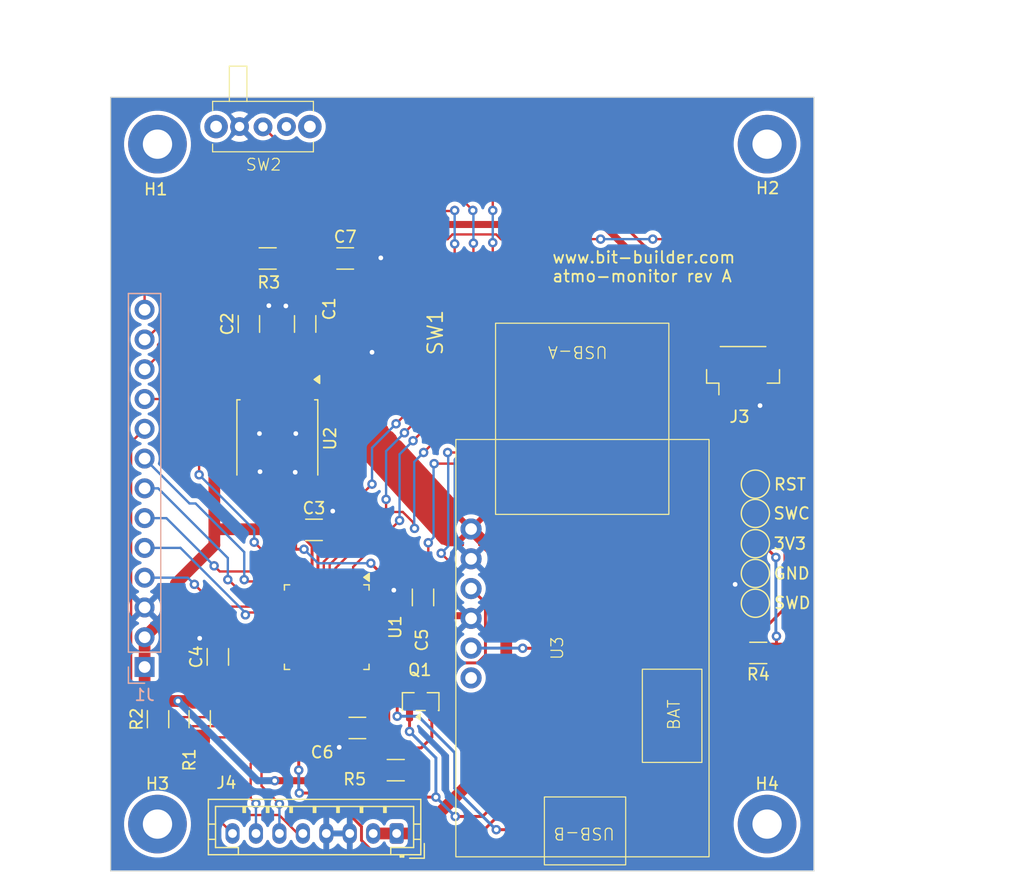
<source format=kicad_pcb>
(kicad_pcb (version 20241229) (generator "pcbnew") (generator_version "9.0")
  (title_block (title "py32_dev") (rev "B") (company "bit-builder.com"))
  (layers (0 "F.Cu" signal) (2 "B.Cu" signal) (13 "F.Paste" user) (15 "B.Paste" user) (5 "F.SilkS" user "F.Silkscreen") (7 "B.SilkS" user "B.Silkscreen") (1 "F.Mask" user) (3 "B.Mask" user) (25 "Edge.Cuts" user))
  (net 0 "")
  (net 1 "+3.3V")
  (net 2 "SDCS")
  (net 3 "MOSI")
  (net 4 "BUSY")
  (net 5 "ENA")
  (net 6 "MISO")
  (net 7 "D{slash}C")
  (net 8 "+5V")
  (net 9 "RST")
  (net 10 "SCK")
  (net 11 "ECS")
  (net 12 "SRCS")
  (net 13 "SDA")
  (net 14 "SCL")
  (net 15 "+BATT")
  (net 16 "LBO")
  (net 17 "ENABLE")
  (net 27 "SWCLK")
  (net 28 "SWDIO")
  (net 30 "NRST")
  (net 31 "GND")
  (net 33 "PM-SET")
  (net 34 "PM-RESET")
  (net 35 "PM-RX")
  (net 36 "PM-TX")
  (net 44 "MCU-LBO")
  (footprint "Resistor_SMD:R_1206_3216Metric_Pad1.30x1.75mm_HandSolder" (layer "F.Cu") (at 152.25 134.4 180)
    (property "Reference" "R4")
    (property "Value" "10K")
  )
  (footprint "Connector_JST:JST_SH_BM04B-SRSS-TB_1x04-1MP_P1.00mm_Vertical" (layer "F.Cu") (at 150.95 110.275)
    (property "Reference" "J3")
    (property "Value" "Qwiic")
  )
  (footprint "Package_TO_SOT_SMD:SOT-23" (layer "F.Cu") (at 123.45 138.55 90)
    (property "Reference" "Q1")
    (property "Value" "IRLML0100TRPbF")
  )
  (footprint "Resistor_SMD:R_1206_3216Metric_Pad1.30x1.75mm_HandSolder" (layer "F.Cu") (at 121.325 144.4)
    (property "Reference" "R5")
    (property "Value" "10K")
  )
  (footprint "Capacitor_SMD:C_1206_3216Metric_Pad1.33x1.80mm_HandSolder" (layer "F.Cu") (at 118.05 140.8 180)
    (property "Reference" "C6")
    (property "Value" "1uF")
  )
  (footprint "Capacitor_SMD:C_1206_3216Metric_Pad1.33x1.80mm_HandSolder" (layer "F.Cu") (at 123.65 129.6625 -90)
    (property "Reference" "C5")
    (property "Value" "1uF")
  )
  (footprint "Capacitor_SMD:C_1206_3216Metric_Pad1.33x1.80mm_HandSolder" (layer "F.Cu") (at 114.35 123.9)
    (property "Reference" "C3")
    (property "Value" "1uF")
  )
  (footprint "MountingHole:MountingHole_2.5mm_Pad" (layer "F.Cu") (at 153 149)
    (property "Reference" "H4")
    (property "Value" "MountingHole")
  )
  (footprint "TestPoint:TestPoint_Pad_D2.0mm" (layer "F.Cu") (at 152 130.16)
    (property "Reference" "TP3" (hide yes))
    (property "Value" "SWD")
  )
  (footprint "custom_footprint:OnShine KPT-1187B" (layer "F.Cu") (at 121.239836 107.069908 90)
    (property "Reference" "SW1")
    (property "Value" "Reset")
  )
  (footprint "Resistor_SMD:R_1206_3216Metric_Pad1.30x1.75mm_HandSolder" (layer "F.Cu") (at 110.4 100.75)
    (property "Reference" "R3")
    (property "Value" "10K")
  )
  (footprint "TestPoint:TestPoint_Pad_D2.0mm" (layer "F.Cu") (at 152 127.62)
    (property "Reference" "TP2" (hide yes))
    (property "Value" "GND")
  )
  (footprint "Capacitor_SMD:C_1206_3216Metric_Pad1.33x1.80mm_HandSolder" (layer "F.Cu") (at 113.5975 106.3375 90)
    (property "Reference" "C1")
    (property "Value" "2.2uF")
  )
  (footprint "custom_footprint:Adafruit Powerboost 500+" (layer "F.Cu") (at 148.05 151.79 90)
    (property "Reference" "U3")
    (property "Value" "Power")
  )
  (footprint "TestPoint:TestPoint_Pad_D2.0mm" (layer "F.Cu") (at 152 120)
    (property "Reference" "TP5" (hide yes))
    (property "Value" "RST")
  )
  (footprint "Resistor_SMD:R_1206_3216Metric_Pad1.30x1.75mm_HandSolder" (layer "F.Cu") (at 101.05 140.05 90)
    (property "Reference" "R2")
    (property "Value" "10K")
  )
  (footprint "MountingHole:MountingHole_2.5mm_Pad" (layer "F.Cu") (at 101 91)
    (property "Reference" "H1")
    (property "Value" "MountingHole")
  )
  (footprint "Capacitor_SMD:C_1206_3216Metric_Pad1.33x1.80mm_HandSolder" (layer "F.Cu") (at 117.0125 100.75)
    (property "Reference" "C7")
    (property "Value" "1uF")
  )
  (footprint "custom_footprint:TE-1825232-1" (layer "F.Cu") (at 110 89.5 180)
    (property "Reference" "SW2")
    (property "Value" "1825232-1")
  )
  (footprint "Package_QFP:LQFP-48_7x7mm_P0.5mm" (layer "F.Cu") (at 115.4375 132.2 -90)
    (property "Reference" "U1")
    (property "Value" "STM32F103CBT6")
  )
  (footprint "MountingHole:MountingHole_2.5mm_Pad" (layer "F.Cu") (at 153 91)
    (property "Reference" "H2")
    (property "Value" "MountingHole")
  )
  (footprint "Connector_JST:JST_PH_B8B-PH-K_1x08_P2.00mm_Vertical" (layer "F.Cu") (at 121.4 149.8 180)
    (property "Reference" "J4")
    (property "Value" "PM Sensor")
  )
  (footprint "Package_TO_SOT_SMD:TO-252-2" (layer "F.Cu") (at 111.225 116.115 -90)
    (property "Reference" "U2")
    (property "Value" "LP2950-3.3_TO252")
  )
  (footprint "Capacitor_SMD:C_1206_3216Metric_Pad1.33x1.80mm_HandSolder" (layer "F.Cu") (at 106.15 134.7375 90)
    (property "Reference" "C4")
    (property "Value" "1uF")
  )
  (footprint "MountingHole:MountingHole_2.5mm_Pad" (layer "F.Cu") (at 101 149)
    (property "Reference" "H3")
    (property "Value" "MountingHole")
  )
  (footprint "TestPoint:TestPoint_Pad_D2.0mm" (layer "F.Cu") (at 152 125.08)
    (property "Reference" "TP1" (hide yes))
    (property "Value" "3V3")
  )
  (footprint "Capacitor_SMD:C_1206_3216Metric_Pad1.33x1.80mm_HandSolder" (layer "F.Cu") (at 108.7975 106.3375 90)
    (property "Reference" "C2")
    (property "Value" "1uF")
  )
  (footprint "Resistor_SMD:R_1206_3216Metric_Pad1.30x1.75mm_HandSolder" (layer "F.Cu") (at 104.6 140.05 90)
    (property "Reference" "R1")
    (property "Value" "10K")
  )
  (footprint "TestPoint:TestPoint_Pad_D2.0mm" (layer "F.Cu") (at 152 122.5)
    (property "Reference" "TP4" (hide yes))
    (property "Value" "SWC")
  )
  (footprint "Connector_PinHeader_2.54mm:PinHeader_1x13_P2.54mm_Vertical" (layer "B.Cu") (at 99.9 135.6)
    (property "Reference" "J1")
    (property "Value" "E-Ink")
  )
  (gr_rect (start 97 87) (end 157 153) (stroke (width 0.1)) (fill no) (layer "Edge.Cuts"))
  (gr_text "www.bit-builder.com\natmo-monitor rev A" (at 134.6 102.85 0) (layer "F.SilkS") (effects (font (size 1 1)) (justify left bottom)))
  (segment (start 111 145.3) (end 115.1125 145.3) (width 0.6) (layer "F.Cu") (net 1))
  (segment (start 99.9 133.06) (end 102.575 130.385) (width 1) (layer "F.Cu") (net 1))
  (segment (start 151.45 111.6) (end 151.45 110.305998) (width 0.6) (layer "F.Cu") (net 1))
  (segment (start 109.25 134.95) (end 111.275 134.95) (width 0.25) (layer "F.Cu") (net 1))
  (segment (start 102.8 138.5) (end 103.95 138.5) (width 0.25) (layer "F.Cu") (net 1))
  (segment (start 99.9 133.06) (end 99.9 137.35) (width 1) (layer "F.Cu") (net 1))
  (segment (start 124.75 146.7) (end 122.075 146.7) (width 0.25) (layer "F.Cu") (net 1))
  (segment (start 105.85 125.2) (end 102.575 128.475) (width 1) (layer "F.Cu") (net 1))
  (segment (start 108.7975 110.9275) (end 108.945 111.075) (width 1) (layer "F.Cu") (net 1))
  (segment (start 107.3965 106.499) (end 108.7975 107.9) (width 0.6) (layer "F.Cu") (net 1))
  (segment (start 119.196813 126.746813) (end 120.5 128.05) (width 0.25) (layer "F.Cu") (net 1))
  (segment (start 119.6125 140.8) (end 119.6125 144.2375) (width 0.6) (layer "F.Cu") (net 1))
  (segment (start 102.575 130.385) (end 102.575 128.475) (width 1) (layer "F.Cu") (net 1))
  (segment (start 126.4 148.35) (end 128.73 148.35) (width 0.25) (layer "F.Cu") (net 1))
  (segment (start 107.9 136.3) (end 109.25 134.95) (width 0.25) (layer "F.Cu") (net 1))
  (segment (start 113.5 125.555025) (end 112.844975 125.555025) (width 0.25) (layer "F.Cu") (net 1))
  (segment (start 104.6 137.85) (end 106.15 136.3) (width 1) (layer "F.Cu") (net 1))
  (segment (start 120.5 128.05) (end 123.6 128.05) (width 0.25) (layer "F.Cu") (net 1))
  (segment (start 119.6125 137.7875) (end 118.1875 136.3625) (width 0.25) (layer "F.Cu") (net 1))
  (segment (start 115.1125 145.3) (end 119.6125 140.8) (width 0.6) (layer "F.Cu") (net 1))
  (segment (start 105.85 123.8) (end 105.85 125.2) (width 1) (layer "F.Cu") (net 1))
  (segment (start 153.8 132.975) (end 153.8 134.4) (width 0.25) (layer "F.Cu") (net 1))
  (segment (start 102.75 138.5) (end 104.6 138.5) (width 1) (layer "F.Cu") (net 1))
  (segment (start 112.844975 125.555025) (end 112.7875 125.49755) (width 0.25) (layer "F.Cu") (net 1))
  (segment (start 112.7875 123.9) (end 114.1875 125.3) (width 0.25) (layer "F.Cu") (net 1))
  (segment (start 101.05 138.5) (end 102.75 138.5) (width 1) (layer "F.Cu") (net 1))
  (segment (start 122.075 146.7) (end 119.775 144.4) (width 0.25) (layer "F.Cu") (net 1))
  (segment (start 105.9 123.85) (end 105.85 123.8) (width 1) (layer "F.Cu") (net 1))
  (segment (start 112.7875 125.49755) (end 112.7875 123.9) (width 0.25) (layer "F.Cu") (net 1))
  (segment (start 151.45 110.305998) (end 138.994002 97.85) (width 0.6) (layer "F.Cu") (net 1))
  (segment (start 108.85 100.75) (end 107.3965 102.2035) (width 0.6) (layer "F.Cu") (net 1))
  (segment (start 120.95 128.1) (end 119.6 129.45) (width 0.25) (layer "F.Cu") (net 1))
  (segment (start 103.95 138.5) (end 106.15 136.3) (width 0.25) (layer "F.Cu") (net 1))
  (segment (start 107.3965 102.2035) (end 107.3965 106.499) (width 0.6) (layer "F.Cu") (net 1))
  (segment (start 128.73 148.35) (end 152 125.08) (width 0.25) (layer "F.Cu") (net 1))
  (segment (start 138.994002 97.85) (end 111.75 97.85) (width 0.6) (layer "F.Cu") (net 1))
  (segment (start 108.945 111.075) (end 105.85 114.17) (width 1) (layer "F.Cu") (net 1))
  (segment (start 108.7975 107.9) (end 108.7975 110.9275) (width 1) (layer "F.Cu") (net 1))
  (segment (start 111.75 97.85) (end 108.85 100.75) (width 0.6) (layer "F.Cu") (net 1))
  (segment (start 119.6125 140.8) (end 119.6125 137.7875) (width 0.25) (layer "F.Cu") (net 1))
  (segment (start 99.9 137.35) (end 101.05 138.5) (width 1) (layer "F.Cu") (net 1))
  (segment (start 153.75 126.25) (end 152.58 125.08) (width 0.25) (layer "F.Cu") (net 1))
  (segment (start 112.7375 123.85) (end 105.9 123.85) (width 1) (layer "F.Cu") (net 1))
  (segment (start 122.5 139.4875) (end 122.5 141.1) (width 0.25) (layer "F.Cu") (net 1))
  (segment (start 104.6 138.5) (end 104.6 137.85) (width 1) (layer "F.Cu") (net 1))
  (segment (start 114.1875 125.3) (end 114.1875 128.0375) (width 0.25) (layer "F.Cu") (net 1))
  (segment (start 105.85 114.17) (end 105.85 123.8) (width 1) (layer "F.Cu") (net 1))
  (segment (start 120.4875 128.0375) (end 118.1875 128.0375) (width 0.25) (layer "F.Cu") (net 1))
  (segment (start 106.15 136.3) (end 107.9 136.3) (width 0.25) (layer "F.Cu") (net 1))
  (via (at 102.75 138.5) (size 0.8) (drill 0.4) (layers "F.Cu" "B.Cu") (net 1))
  (via (at 113.5 125.555025) (size 0.8) (drill 0.4) (layers "F.Cu" "B.Cu") (net 1))
  (via (at 111 145.3) (size 0.8) (drill 0.4) (layers "F.Cu" "B.Cu") (net 1))
  (via (at 153.75 126.25) (size 0.8) (drill 0.4) (layers "F.Cu" "B.Cu") (net 1))
  (via (at 126.4 148.35) (size 0.8) (drill 0.4) (layers "F.Cu" "B.Cu") (net 1))
  (via (at 124.75 146.7) (size 0.8) (drill 0.4) (layers "F.Cu" "B.Cu") (net 1))
  (via (at 122.5 141.1) (size 0.8) (drill 0.4) (layers "F.Cu" "B.Cu") (net 1))
  (via (at 119.196813 126.746813) (size 0.8) (drill 0.4) (layers "F.Cu" "B.Cu") (net 1))
  (via (at 153.8 132.975) (size 0.8) (drill 0.4) (layers "F.Cu" "B.Cu") (net 1))
  (segment (start 122.5 141.1) (end 124.75 143.35) (width 0.25) (layer "B.Cu") (net 1))
  (segment (start 124.75 146.7) (end 126.4 148.35) (width 0.25) (layer "B.Cu") (net 1))
  (segment (start 109.55 145.3) (end 111 145.3) (width 0.6) (layer "B.Cu") (net 1))
  (segment (start 113.5 125.555025) (end 114.691788 126.746813) (width 0.2) (layer "B.Cu") (net 1))
  (segment (start 114.691788 126.746813) (end 119.196813 126.746813) (width 0.2) (layer "B.Cu") (net 1))
  (segment (start 153.75 126.25) (end 153.75 132.925) (width 0.25) (layer "B.Cu") (net 1))
  (segment (start 124.75 143.35) (end 124.75 146.7) (width 0.25) (layer "B.Cu") (net 1))
  (segment (start 102.75 138.5) (end 109.55 145.3) (width 0.6) (layer "B.Cu") (net 1))
  (segment (start 153.75 132.925) (end 153.8 132.975) (width 0.25) (layer "B.Cu") (net 1))
  (segment (start 109.25 124.95) (end 110.85 126.55) (width 0.2) (layer "F.Cu") (net 2))
  (segment (start 104.55 114.8) (end 104.55 119.2) (width 0.2) (layer "F.Cu") (net 2))
  (segment (start 110.85 126.55) (end 112.725 126.55) (width 0.2) (layer "F.Cu") (net 2))
  (segment (start 112.725 126.55) (end 113.1875 127.0125) (width 0.2) (layer "F.Cu") (net 2))
  (segment (start 102.49 112.74) (end 104.55 114.8) (width 0.2) (layer "F.Cu") (net 2))
  (segment (start 99.9 112.74) (end 102.49 112.74) (width 0.2) (layer "F.Cu") (net 2))
  (segment (start 113.1875 127.0125) (end 113.1875 128.0375) (width 0.2) (layer "F.Cu") (net 2))
  (via (at 104.55 119.2) (size 0.8) (drill 0.4) (layers "F.Cu" "B.Cu") (net 2))
  (via (at 109.25 124.95) (size 0.8) (drill 0.4) (layers "F.Cu" "B.Cu") (net 2))
  (segment (start 109.25 124.95) (end 109.25 123.9) (width 0.2) (layer "B.Cu") (net 2))
  (segment (start 109.25 123.9) (end 104.55 119.2) (width 0.2) (layer "B.Cu") (net 2))
  (segment (start 112.65 129.553676) (end 112.65 131.3) (width 0.2) (layer "F.Cu") (net 3))
  (segment (start 105.83 126.97) (end 106.31 127.45) (width 0.2) (layer "F.Cu") (net 3))
  (segment (start 110.546324 127.45) (end 112.65 129.553676) (width 0.2) (layer "F.Cu") (net 3))
  (segment (start 106.31 127.45) (end 110.546324 127.45) (width 0.2) (layer "F.Cu") (net 3))
  (segment (start 112.5 131.45) (end 111.275 131.45) (width 0.2) (layer "F.Cu") (net 3))
  (segment (start 112.65 131.3) (end 112.5 131.45) (width 0.2) (layer "F.Cu") (net 3))
  (via (at 105.83 126.97) (size 0.8) (drill 0.4) (layers "F.Cu" "B.Cu") (net 3))
  (segment (start 101.76 122.9) (end 105.83 126.97) (width 0.2) (layer "B.Cu") (net 3))
  (segment (start 99.9 122.9) (end 101.76 122.9) (width 0.2) (layer "B.Cu") (net 3))
  (segment (start 127.9 96.65) (end 126.9 95.65) (width 0.2) (layer "F.Cu") (net 4))
  (segment (start 117.6875 127.0625) (end 121.65 123.1) (width 0.2) (layer "F.Cu") (net 4))
  (segment (start 127.95 99.45) (end 127.95 111.15) (width 0.2) (layer "F.Cu") (net 4))
  (segment (start 126.9 95.65) (end 109.7 95.65) (width 0.2) (layer "F.Cu") (net 4))
  (segment (start 104.6 100.75) (end 104.6 103.05) (width 0.2) (layer "F.Cu") (net 4))
  (segment (start 127.95 111.15) (end 122.8 116.3) (width 0.2) (layer "F.Cu") (net 4))
  (segment (start 104.6 103.05) (end 99.99 107.66) (width 0.2) (layer "F.Cu") (net 4))
  (segment (start 117.6875 128.0375) (end 117.6875 127.0625) (width 0.2) (layer "F.Cu") (net 4))
  (segment (start 109.7 95.65) (end 104.6 100.75) (width 0.2) (layer "F.Cu") (net 4))
  (via (at 127.9 96.65) (size 0.8) (drill 0.4) (layers "F.Cu" "B.Cu") (net 4))
  (via (at 121.65 123.1) (size 0.8) (drill 0.4) (layers "F.Cu" "B.Cu") (net 4))
  (via (at 122.8 116.3) (size 0.8) (drill 0.4) (layers "F.Cu" "B.Cu") (net 4))
  (via (at 127.95 99.45) (size 0.8) (drill 0.4) (layers "F.Cu" "B.Cu") (net 4))
  (segment (start 121.65 117.45) (end 122.8 116.3) (width 0.2) (layer "B.Cu") (net 4))
  (segment (start 127.95 99.45) (end 127.95 96.7) (width 0.2) (layer "B.Cu") (net 4))
  (segment (start 127.95 96.7) (end 127.9 96.65) (width 0.2) (layer "B.Cu") (net 4))
  (segment (start 121.65 123.1) (end 121.65 117.45) (width 0.2) (layer "B.Cu") (net 4))
  (segment (start 129.6 96.65) (end 129.6 95.15) (width 0.2) (layer "F.Cu") (net 5))
  (segment (start 129.6 95.15) (end 128.95 94.5) (width 0.2) (layer "F.Cu") (net 5))
  (segment (start 122.825 123.675) (end 122.825 123.275) (width 0.2) (layer "F.Cu") (net 5))
  (segment (start 128.95 94.5) (end 108.7 94.5) (width 0.2) (layer "F.Cu") (net 5))
  (segment (start 122.825 123.275) (end 121.925 122.375) (width 0.2) (layer "F.Cu") (net 5))
  (segment (start 121.925 122.375) (end 120.980676 122.375) (width 0.2) (layer "F.Cu") (net 5))
  (segment (start 108.65 94.5) (end 99.9 103.25) (width 0.2) (layer "F.Cu") (net 5))
  (segment (start 120.980676 122.375) (end 116.1875 127.168176) (width 0.2) (layer "F.Cu") (net 5))
  (segment (start 122.925 123.775) (end 122.825 123.675) (width 0.2) (layer "F.Cu") (net 5))
  (segment (start 129.6 111.4) (end 123.7 117.3) (width 0.2) (layer "F.Cu") (net 5))
  (segment (start 108.66 94.5) (end 108.7 94.5) (width 0.2) (layer "F.Cu") (net 5))
  (segment (start 116.1875 127.168176) (end 116.1875 128.0375) (width 0.2) (layer "F.Cu") (net 5))
  (segment (start 129.6 99.4) (end 129.6 111.4) (width 0.2) (layer "F.Cu") (net 5))
  (segment (start 99.9 103.25) (end 99.9 105.12) (width 0.2) (layer "F.Cu") (net 5))
  (segment (start 108.7 94.5) (end 108.65 94.5) (width 0.2) (layer "F.Cu") (net 5))
  (via (at 129.6 96.65) (size 0.8) (drill 0.4) (layers "F.Cu" "B.Cu") (net 5))
  (via (at 129.6 99.4) (size 0.8) (drill 0.4) (layers "F.Cu" "B.Cu") (net 5))
  (via (at 122.925 123.775) (size 0.8) (drill 0.4) (layers "F.Cu" "B.Cu") (net 5))
  (via (at 123.7 117.3) (size 0.8) (drill 0.4) (layers "F.Cu" "B.Cu") (net 5))
  (segment (start 122.9 118.1) (end 123.7 117.3) (width 0.2) (layer "B.Cu") (net 5))
  (segment (start 129.6 96.65) (end 129.6 99.4) (width 0.2) (layer "B.Cu") (net 5))
  (segment (start 122.925 123.775) (end 122.9 123.75) (width 0.2) (layer "B.Cu") (net 5))
  (segment (start 122.9 123.75) (end 122.9 118.1) (width 0.2) (layer "B.Cu") (net 5))
  (segment (start 108.7 130.95) (end 111.275 130.95) (width 0.2) (layer "F.Cu") (net 6))
  (segment (start 108.5 131.15) (end 108.7 130.95) (width 0.2) (layer "F.Cu") (net 6))
  (via (at 108.5 131.15) (size 0.8) (drill 0.4) (layers "F.Cu" "B.Cu") (net 6))
  (segment (start 102.96 125.44) (end 102.96104 125.43896) (width 0.2) (layer "B.Cu") (net 6))
  (segment (start 102.96104 125.43896) (end 108.5 130.977919) (width 0.2) (layer "B.Cu") (net 6))
  (segment (start 108.5 130.977919) (end 108.5 131.15) (width 0.2) (layer "B.Cu") (net 6))
  (segment (start 99.9 125.44) (end 102.96 125.44) (width 0.2) (layer "B.Cu") (net 6))
  (segment (start 108.55 128.3) (end 110.125 128.3) (width 0.2) (layer "F.Cu") (net 7))
  (segment (start 110.125 128.3) (end 111.275 129.45) (width 0.2) (layer "F.Cu") (net 7))
  (segment (start 108.4 128.15) (end 108.55 128.3) (width 0.2) (layer "F.Cu") (net 7))
  (via (at 108.4 128.15) (size 0.8) (drill 0.4) (layers "F.Cu" "B.Cu") (net 7))
  (segment (start 108.4 125.8) (end 108.4 128.15) (width 0.2) (layer "B.Cu") (net 7))
  (segment (start 104.25 121.65) (end 108.4 125.8) (width 0.2) (layer "B.Cu") (net 7))
  (segment (start 99.9 117.82) (end 103.73 121.65) (width 0.2) (layer "B.Cu") (net 7))
  (segment (start 103.73 121.65) (end 104.25 121.65) (width 0.2) (layer "B.Cu") (net 7))
  (segment (start 121.4 149.8) (end 119.4 149.8) (width 1) (layer "F.Cu") (net 8))
  (segment (start 127.75 123.83) (end 130.75 126.83) (width 1) (layer "F.Cu") (net 8))
  (segment (start 123.3 149.8) (end 121.4 149.8) (width 1) (layer "F.Cu") (net 8))
  (segment (start 130.75 126.83) (end 130.75 142.35) (width 1) (layer "F.Cu") (net 8))
  (segment (start 130.75 142.35) (end 123.3 149.8) (width 1) (layer "F.Cu") (net 8))
  (segment (start 120.5 122.05) (end 115.6875 126.8625) (width 0.2) (layer "F.Cu") (net 9))
  (segment (start 106.075 101.375) (end 106.075 103.075) (width 0.2) (layer "F.Cu") (net 9))
  (segment (start 115.6875 126.8625) (end 115.6875 128.0375) (width 0.2) (layer "F.Cu") (net 9))
  (segment (start 120.5 121.3) (end 120.5 122.05) (width 0.2) (layer "F.Cu") (net 9))
  (segment (start 101.051 108.099) (end 101.051 109.049) (width 0.2) (layer "F.Cu") (net 9))
  (segment (start 110.75 96.7) (end 106.075 101.375) (width 0.2) (layer "F.Cu") (net 9))
  (segment (start 126.35 99.5) (end 126.35 111.336752) (width 0.2) (layer "F.Cu") (net 9))
  (segment (start 101.051 109.049) (end 99.9 110.2) (width 0.2) (layer "F.Cu") (net 9))
  (segment (start 126.35 96.7) (end 110.75 96.7) (width 0.2) (layer "F.Cu") (net 9))
  (segment (start 106.075 103.075) (end 101.051 108.099) (width 0.2) (layer "F.Cu") (net 9))
  (segment (start 126.35 111.336752) (end 122.067205 115.619547) (width 0.2) (layer "F.Cu") (net 9))
  (via (at 126.35 99.5) (size 0.8) (drill 0.4) (layers "F.Cu" "B.Cu") (net 9))
  (via (at 120.5 121.3) (size 0.8) (drill 0.4) (layers "F.Cu" "B.Cu") (net 9))
  (via (at 122.067205 115.619547) (size 0.8) (drill 0.4) (layers "F.Cu" "B.Cu") (net 9))
  (via (at 126.35 96.65) (size 0.8) (drill 0.4) (layers "F.Cu" "B.Cu") (net 9))
  (segment (start 122.067205 115.619547) (end 120.5 117.186752) (width 0.2) (layer "B.Cu") (net 9))
  (segment (start 126.35 96.7) (end 126.35 99.5) (width 0.2) (layer "B.Cu") (net 9))
  (segment (start 120.5 117.186752) (end 120.5 121.3) (width 0.2) (layer "B.Cu") (net 9))
  (segment (start 104.15 128.55) (end 106.05 130.45) (width 0.2) (layer "F.Cu") (net 10))
  (segment (start 106.05 130.45) (end 111.275 130.45) (width 0.2) (layer "F.Cu") (net 10))
  (via (at 104.15 128.55) (size 0.8) (drill 0.4) (layers "F.Cu" "B.Cu") (net 10))
  (segment (start 103.58 127.98) (end 104.15 128.55) (width 0.2) (layer "B.Cu") (net 10))
  (segment (start 99.9 127.98) (end 103.58 127.98) (width 0.2) (layer "B.Cu") (net 10))
  (segment (start 108.85 129.95) (end 111.275 129.95) (width 0.2) (layer "F.Cu") (net 11))
  (segment (start 107 128.15) (end 107.05 128.15) (width 0.2) (layer "F.Cu") (net 11))
  (segment (start 107.05 128.15) (end 108.85 129.95) (width 0.2) (layer "F.Cu") (net 11))
  (via (at 107 128.15) (size 0.8) (drill 0.4) (layers "F.Cu" "B.Cu") (net 11))
  (segment (start 101.06 120.36) (end 99.9 120.36) (width 0.2) (layer "B.Cu") (net 11))
  (segment (start 107 128.15) (end 107 126.3) (width 0.2) (layer "B.Cu") (net 11))
  (segment (start 107 126.3) (end 101.06 120.36) (width 0.2) (layer "B.Cu") (net 11))
  (segment (start 113.3 129.636576) (end 112.6875 129.024076) (width 0.2) (layer "F.Cu") (net 12))
  (segment (start 100.61384 139.875) (end 107.621324 139.875) (width 0.2) (layer "F.Cu") (net 12))
  (segment (start 107.621324 139.875) (end 113.3 134.196324) (width 0.2) (layer "F.Cu") (net 12))
  (segment (start 99.9 115.28) (end 98.749 116.431) (width 0.2) (layer "F.Cu") (net 12))
  (segment (start 98.749 116.431) (end 98.749 138.01016) (width 0.2) (layer "F.Cu") (net 12))
  (segment (start 112.6875 129.024076) (end 112.6875 128.0375) (width 0.2) (layer "F.Cu") (net 12))
  (segment (start 98.749 138.01016) (end 100.61384 139.875) (width 0.2) (layer "F.Cu") (net 12))
  (segment (start 113.3 134.196324) (end 113.3 129.636576) (width 0.2) (layer "F.Cu") (net 12))
  (segment (start 124.5 129.3) (end 121.89666 129.3) (width 0.2) (layer "F.Cu") (net 13))
  (segment (start 124.1 125) (end 124.1 126.625) (width 0.2) (layer "F.Cu") (net 13))
  (segment (start 125.05 127.575) (end 125.05 128.75) (width 0.2) (layer "F.Cu") (net 13))
  (segment (start 150.45 112.45) (end 150.45 111.6) (width 0.2) (layer "F.Cu") (net 13))
  (segment (start 124.6 118.25) (end 144.65 118.25) (width 0.2) (layer "F.Cu") (net 13))
  (segment (start 144.65 118.25) (end 150.45 112.45) (width 0.2) (layer "F.Cu") (net 13))
  (segment (start 121.89666 129.3) (end 120.74666 130.45) (width 0.2) (layer "F.Cu") (net 13))
  (segment (start 125.05 128.75) (end 124.5 129.3) (width 0.2) (layer "F.Cu") (net 13))
  (segment (start 124.1 126.625) (end 125.05 127.575) (width 0.2) (layer "F.Cu") (net 13))
  (segment (start 120.74666 130.45) (end 119.6 130.45) (width 0.2) (layer "F.Cu") (net 13))
  (via (at 124.6 118.25) (size 0.8) (drill 0.4) (layers "F.Cu" "B.Cu") (net 13))
  (via (at 124.1 125) (size 0.8) (drill 0.4) (layers "F.Cu" "B.Cu") (net 13))
  (segment (start 124.55 118.3) (end 124.55 124.55) (width 0.2) (layer "B.Cu") (net 13))
  (segment (start 124.6 118.25) (end 124.55 118.3) (width 0.2) (layer "B.Cu") (net 13))
  (segment (start 124.55 124.55) (end 124.1 125) (width 0.2) (layer "B.Cu") (net 13))
  (segment (start 121.45 130.95) (end 122.35 130.05) (width 0.2) (layer "F.Cu") (net 14))
  (segment (start 122.35 130.05) (end 124.45 130.05) (width 0.2) (layer "F.Cu") (net 14))
  (segment (start 119.6 130.95) (end 121.45 130.95) (width 0.2) (layer "F.Cu") (net 14))
  (segment (start 143.75 117.3) (end 149.45 111.6) (width 0.2) (layer "F.Cu") (net 14))
  (segment (start 125.75 128.75) (end 125.75 126.45) (width 0.2) (layer "F.Cu") (net 14))
  (segment (start 125.75 117.3) (end 143.75 117.3) (width 0.2) (layer "F.Cu") (net 14))
  (segment (start 125.75 126.45) (end 125.2 125.9) (width 0.2) (layer "F.Cu") (net 14))
  (segment (start 124.45 130.05) (end 125.75 128.75) (width 0.2) (layer "F.Cu") (net 14))
  (via (at 125.2 125.9) (size 0.8) (drill 0.4) (layers "F.Cu" "B.Cu") (net 14))
  (via (at 125.75 117.3) (size 0.8) (drill 0.4) (layers "F.Cu" "B.Cu") (net 14))
  (segment (start 125.75 117.3) (end 125.8 117.35) (width 0.2) (layer "B.Cu") (net 14))
  (segment (start 125.8 117.35) (end 125.8 125.3) (width 0.2) (layer "B.Cu") (net 14))
  (segment (start 125.8 125.3) (end 125.2 125.9) (width 0.2) (layer "B.Cu") (net 14))
  (segment (start 128.311826 135.25) (end 125.8125 135.25) (width 0.25) (layer "F.Cu") (net 16))
  (segment (start 128.976 134.585826) (end 128.311826 135.25) (width 0.25) (layer "F.Cu") (net 16))
  (segment (start 128.976 130.136) (end 128.976 134.585826) (width 0.25) (layer "F.Cu") (net 16))
  (segment (start 127.75 128.91) (end 128.976 130.136) (width 0.25) (layer "F.Cu") (net 16))
  (segment (start 125.8125 135.25) (end 123.45 137.6125) (width 0.25) (layer "F.Cu") (net 16))
  (segment (start 153.154486 110.301) (end 135.051743 92.198257) (width 0.25) (layer "F.Cu") (net 17))
  (segment (start 110 89.5254) (end 112.672857 92.198257) (width 0.2) (layer "F.Cu") (net 17))
  (segment (start 133.4 134) (end 153.154486 114.245514) (width 0.25) (layer "F.Cu") (net 17))
  (segment (start 112.672857 92.198257) (end 135.051743 92.198257) (width 0.2) (layer "F.Cu") (net 17))
  (segment (start 132.15 134) (end 133.4 134) (width 0.25) (layer "F.Cu") (net 17))
  (segment (start 153.154486 114.245514) (end 153.154486 110.301) (width 0.25) (layer "F.Cu") (net 17))
  (via (at 132.15 134) (size 0.8) (drill 0.4) (layers "F.Cu" "B.Cu") (net 17))
  (segment (start 127.75 133.99) (end 132.14 133.99) (width 0.25) (layer "B.Cu") (net 17))
  (segment (start 132.14 133.99) (end 132.15 134) (width 0.25) (layer "B.Cu") (net 17))
  (segment (start 154.525 124.375) (end 152.69 122.54) (width 0.25) (layer "F.Cu") (net 27))
  (segment (start 154.525 130.575) (end 154.525 124.375) (width 0.25) (layer "F.Cu") (net 27))
  (segment (start 129.900153 149.475153) (end 137.824847 149.475153) (width 0.25) (layer "F.Cu") (net 27))
  (segment (start 121.45 136.8) (end 121.45 139.8) (width 0.25) (layer "F.Cu") (net 27))
  (segment (start 150.7 136.6) (end 150.7 134.4) (width 0.25) (layer "F.Cu") (net 27))
  (segment (start 137.824847 149.475153) (end 150.7 136.6) (width 0.25) (layer "F.Cu") (net 27))
  (segment (start 119.6 134.95) (end 121.45 136.8) (width 0.25) (layer "F.Cu") (net 27))
  (segment (start 150.7 134.4) (end 154.525 130.575) (width 0.25) (layer "F.Cu") (net 27))
  (via (at 121.45 139.8) (size 0.8) (drill 0.4) (layers "F.Cu" "B.Cu") (net 27))
  (via (at 129.900153 149.475153) (size 0.8) (drill 0.4) (layers "F.Cu" "B.Cu") (net 27))
  (segment (start 126.35 142.9) (end 123.25 139.8) (width 0.25) (layer "B.Cu") (net 27))
  (segment (start 126.35 145.95) (end 126.35 142.9) (width 0.25) (layer "B.Cu") (net 27))
  (segment (start 129.875153 149.475153) (end 126.35 145.95) (width 0.25) (layer "B.Cu") (net 27))
  (segment (start 123.25 139.8) (end 121.45 139.8) (width 0.25) (layer "B.Cu") (net 27))
  (segment (start 129.900153 149.475153) (end 129.875153 149.475153) (width 0.25) (layer "B.Cu") (net 27))
  (segment (start 118.4 150.384562) (end 119.315438 151.3) (width 0.25) (layer "F.Cu") (net 28))
  (segment (start 127.05 151.3) (end 148.19 130.16) (width 0.25) (layer "F.Cu") (net 28))
  (segment (start 113.1 146.35) (end 115.534562 146.35) (width 0.25) (layer "F.Cu") (net 28))
  (segment (start 117.1875 137.725) (end 117.1875 136.3625) (width 0.25) (layer "F.Cu") (net 28))
  (segment (start 113.05 141.8625) (end 117.1875 137.725) (width 0.25) (layer "F.Cu") (net 28))
  (segment (start 119.315438 151.3) (end 127.05 151.3) (width 0.25) (layer "F.Cu") (net 28))
  (segment (start 118.4 149.215438) (end 118.4 150.384562) (width 0.25) (layer "F.Cu") (net 28))
  (segment (start 113.05 141.8625) (end 113.05 144.4) (width 0.25) (layer "F.Cu") (net 28))
  (segment (start 115.534562 146.35) (end 118.4 149.215438) (width 0.25) (layer "F.Cu") (net 28))
  (segment (start 152 130.16) (end 148.19 130.16) (width 0.25) (layer "F.Cu") (net 28))
  (via (at 113.1 146.35) (size 0.8) (drill 0.4) (layers "F.Cu" "B.Cu") (net 28))
  (via (at 113.05 144.4) (size 0.8) (drill 0.4) (layers "F.Cu" "B.Cu") (net 28))
  (segment (start 113.05 144.4) (end 113.05 146.3) (width 0.25) (layer "B.Cu") (net 28))
  (segment (start 113.05 146.3) (end 113.1 146.35) (width 0.25) (layer "B.Cu") (net 28))
  (segment (start 129.890364 98.699) (end 126.159636 98.699) (width 0.2) (layer "F.Cu") (net 30))
  (segment (start 125.758636 99.1) (end 117.1 99.1) (width 0.2) (layer "F.Cu") (net 30))
  (segment (start 115.45 102.949868) (end 115.45 100.75) (width 0.2) (layer "F.Cu") (net 30))
  (segment (start 155.301 108.83984) (end 155.301 116.7) (width 0.2) (layer "F.Cu") (net 30))
  (segment (start 119.3 120) (end 117.65 121.65) (width 0.2) (layer "F.Cu") (net 30))
  (segment (start 143.25 99.1) (end 145.56116 99.1) (width 0.2) (layer "F.Cu") (net 30))
  (segment (start 122.950018 113.249982) (end 122.950018 110.449886) (width 0.2) (layer "F.Cu") (net 30))
  (segment (start 117.65 124.15) (end 115.1875 126.6125) (width 0.2) (layer "F.Cu") (net 30))
  (segment (start 115.45 100.75) (end 111.95 100.75) (width 0.2) (layer "F.Cu") (net 30))
  (segment (start 122.950018 110.449886) (end 115.45 102.949868) (width 0.2) (layer "F.Cu") (net 30))
  (segment (start 152 120) (end 155.3 116.7) (width 0.2) (layer "F.Cu") (net 30))
  (segment (start 130.291364 99.1) (end 129.890364 98.699) (width 0.2) (layer "F.Cu") (net 30))
  (segment (start 117.1 99.1) (end 115.45 100.75) (width 0.2) (layer "F.Cu") (net 30))
  (segment (start 155.3 116.7) (end 155.301 116.7) (width 0.2) (layer "F.Cu") (net 30))
  (segment (start 121.35 114.85) (end 122.950018 113.249982) (width 0.2) (layer "F.Cu") (net 30))
  (segment (start 138.8 99.1) (end 130.291364 99.1) (width 0.2) (layer "F.Cu") (net 30))
  (segment (start 145.56116 99.1) (end 155.301 108.83984) (width 0.2) (layer "F.Cu") (net 30))
  (segment (start 117.65 121.65) (end 117.65 124.15) (width 0.2) (layer "F.Cu") (net 30))
  (segment (start 115.1875 126.6125) (end 115.1875 128.0375) (width 0.2) (layer "F.Cu") (net 30))
  (segment (start 126.159636 98.699) (end 125.758636 99.1) (width 0.2) (layer "F.Cu") (net 30))
  (via (at 121.35 114.85) (size 0.8) (drill 0.4) (layers "F.Cu" "B.Cu") (net 30))
  (via (at 143.25 99.1) (size 0.8) (drill 0.4) (layers "F.Cu" "B.Cu") (net 30))
  (via (at 119.3 120) (size 0.8) (drill 0.4) (layers "F.Cu" "B.Cu") (net 30))
  (via (at 138.8 99.1) (size 0.8) (drill 0.4) (layers "F.Cu" "B.Cu") (net 30))
  (segment (start 143.25 99.1) (end 138.8 99.1) (width 0.2) (layer "B.Cu") (net 30))
  (segment (start 119.3 116.9) (end 121.35 114.85) (width 0.2) (layer "B.Cu") (net 30))
  (segment (start 119.3 120) (end 119.3 116.9) (width 0.2) (layer "B.Cu") (net 30))
  (segment (start 121.15962 129.197058) (end 121.15962 129.04709) (width 0.25) (layer "F.Cu") (net 31))
  (segment (start 114.6875 128.0375) (end 114.6875 125.125) (width 0.25) (layer "F.Cu") (net 31))
  (segment (start 116.4875 142.4375) (end 116.5 142.45) (width 0.6) (layer "F.Cu") (net 31))
  (segment (start 123.65 131.225) (end 127.525 131.225) (width 0.6) (layer "F.Cu") (net 31))
  (segment (start 106.15 133.175) (end 104.625 133.175) (width 0.6) (layer "F.Cu") (net 31))
  (segment (start 120.406678 129.95) (end 121.15962 129.197058) (width 0.25) (layer "F.Cu") (net 31))
  (segment (start 111.275 134.45) (end 107.425 134.45) (width 0.25) (layer "F.Cu") (net 31))
  (segment (start 119.26016 110.449886) (end 119.26016 108.78984) (width 0.6) (layer "F.Cu") (net 31))
  (segment (start 110.525 104.8) (end 111.95 104.8) (width 0.6) (layer "F.Cu") (net 31))
  (segment (start 106.375 132.95) (end 111.275 132.95) (width 0.25) (layer "F.Cu") (net 31))
  (segment (start 107.425 134.45) (end 106.15 133.175) (width 0.25) (layer "F.Cu") (net 31))
  (segment (start 115.9125 123.9) (end 115.9125 122.3375) (width 0.6) (layer "F.Cu") (net 31))
  (segment (start 118.575 100.75) (end 120 100.75) (width 0.6) (layer "F.Cu") (net 31))
  (segment (start 110.5 104.775) (end 110.525 104.8) (width 0.6) (layer "F.Cu") (net 31))
  (segment (start 117.6875 139.6) (end 117.6875 136.3625) (width 0.25) (layer "F.Cu") (net 31))
  (segment (start 111.95 104.8) (end 113.5725 104.8) (width 0.6) (layer "F.Cu") (net 31))
  (segment (start 120 100.75) (end 120.05 100.7) (width 0.6) (layer "F.Cu") (net 31))
  (segment (start 104.625 133.175) (end 104.6 133.15) (width 0.6) (layer "F.Cu") (net 31))
  (segment (start 116.4875 140.8) (end 116.4875 142.4375) (width 0.6) (layer "F.Cu") (net 31))
  (segment (start 119.26016 108.78984) (end 119.3 108.75) (width 0.6) (layer "F.Cu") (net 31))
  (segment (start 114.6875 125.125) (end 115.9125 123.9) (width 0.25) (layer "F.Cu") (net 31))
  (segment (start 123.425 131.45) (end 119.6 131.45) (width 0.25) (layer "F.Cu") (net 31))
  (segment (start 119.6 129.95) (end 120.406678 129.95) (width 0.25) (layer "F.Cu") (net 31))
  (segment (start 152.45 111.6) (end 152.45 113.25) (width 0.6) (layer "F.Cu") (net 31))
  (segment (start 152.45 113.25) (end 152.4 113.3) (width 0.6) (layer "F.Cu") (net 31))
  (segment (start 151.205 127.62) (end 150.275 128.55) (width 0.25) (layer "F.Cu") (net 31))
  (segment (start 115.9125 122.3375) (end 115.95 122.3) (width 0.6) (layer "F.Cu") (net 31))
  (segment (start 110.5 104.775) (end 108.7975 104.775) (width 0.6) (layer "F.Cu") (net 31))
  (segment (start 116.4875 140.8) (end 117.6875 139.6) (width 0.25) (layer "F.Cu") (net 31))
  (via (at 112.7475 118.9875) (size 0.8) (drill 0.4) (layers "F.Cu" "B.Cu") (net 31))
  (via (at 152.4 113.3) (size 0.8) (drill 0.4) (layers "F.Cu" "B.Cu") (net 31))
  (via (at 109.6975 115.6875) (size 0.8) (drill 0.4) (layers "F.Cu" "B.Cu") (net 31))
  (via (at 120.05 100.7) (size 0.8) (drill 0.4) (layers "F.Cu" "B.Cu") (net 31))
  (via (at 119.3 108.75) (size 0.8) (drill 0.4) (layers "F.Cu" "B.Cu") (net 31))
  (via (at 110.5 104.775) (size 0.8) (drill 0.4) (layers "F.Cu" "B.Cu") (net 31))
  (via (at 109.7475 118.9375) (size 0.8) (drill 0.4) (layers "F.Cu" "B.Cu") (net 31))
  (via (at 111.95 104.8) (size 0.8) (drill 0.4) (layers "F.Cu" "B.Cu") (net 31))
  (via (at 115.95 122.3) (size 0.8) (drill 0.4) (layers "F.Cu" "B.Cu") (net 31))
  (via (at 112.7975 115.6875) (size 0.8) (drill 0.4) (layers "F.Cu" "B.Cu") (net 31))
  (via (at 150.275 128.55) (size 0.8) (drill 0.4) (layers "F.Cu" "B.Cu") (net 31))
  (via (at 116.5 142.45) (size 0.8) (drill 0.4) (layers "F.Cu" "B.Cu") (net 31))
  (via (at 121.15962 129.04709) (size 0.8) (drill 0.4) (layers "F.Cu" "B.Cu") (net 31))
  (via (at 104.6 133.15) (size 0.8) (drill 0.4) (layers "F.Cu" "B.Cu") (net 31))
  (segment (start 101.05 141.6) (end 102.001 140.649) (width 0.2) (layer "F.Cu") (net 33))
  (segment (start 102.001 140.649) (end 108.401 140.649) (width 0.2) (layer "F.Cu") (net 33))
  (segment (start 101.05 143.45) (end 107.4 149.8) (width 0.2) (layer "F.Cu") (net 33))
  (segment (start 108.401 140.649) (end 112.6875 136.3625) (width 0.2) (layer "F.Cu") (net 33))
  (segment (start 101.05 141.6) (end 101.05 143.45) (width 0.2) (layer "F.Cu") (net 33))
  (segment (start 104.6 144.85) (end 107.975 148.225) (width 0.2) (layer "F.Cu") (net 34))
  (segment (start 108.721324 141.6) (end 113.1875 137.133824) (width 0.2) (layer "F.Cu") (net 34))
  (segment (start 113.1875 137.133824) (end 113.1875 136.3625) (width 0.2) (layer "F.Cu") (net 34))
  (segment (start 104.6 141.6) (end 104.6 144.85) (width 0.2) (layer "F.Cu") (net 34))
  (segment (start 107.975 148.225) (end 111.374206 148.225) (width 0.2) (layer "F.Cu") (net 34))
  (segment (start 111.374206 148.225) (end 112.949206 149.8) (width 0.2) (layer "F.Cu") (net 34))
  (segment (start 104.6 141.6) (end 108.721324 141.6) (width 0.2) (layer "F.Cu") (net 34))
  (segment (start 108.95 143.85) (end 115.1875 137.6125) (width 0.2) (layer "F.Cu") (net 35))
  (segment (start 115.1875 137.6125) (end 115.1875 136.3625) (width 0.2) (layer "F.Cu") (net 35))
  (segment (start 108.95 146.8) (end 108.95 143.85) (width 0.2) (layer "F.Cu") (net 35))
  (segment (start 109.4 147.25) (end 108.95 146.8) (width 0.2) (layer "F.Cu") (net 35))
  (via (at 109.4 147.25) (size 0.8) (drill 0.4) (layers "F.Cu" "B.Cu") (net 35))
  (segment (start 109.4 147.25) (end 109.4 149.8) (width 0.2) (layer "B.Cu") (net 35))
  (segment (start 111.40124 147.276965) (end 109.875 145.750725) (width 0.2) (layer "F.Cu") (net 36))
  (segment (start 109.875 145.750725) (end 109.875 143.975) (width 0.2) (layer "F.Cu") (net 36))
  (segment (start 115.6875 138.1625) (end 115.6875 136.3625) (width 0.2) (layer "F.Cu") (net 36))
  (segment (start 109.875 143.975) (end 115.6875 138.1625) (width 0.2) (layer "F.Cu") (net 36))
  (via (at 111.40124 147.276965) (size 0.8) (drill 0.4) (layers "F.Cu" "B.Cu") (net 36))
  (segment (start 111.40124 147.276965) (end 111.40124 148.14876) (width 0.2) (layer "B.Cu") (net 36))
  (segment (start 111.4 148.15) (end 111.4 149.8) (width 0.2) (layer "B.Cu") (net 36))
  (segment (start 111.40124 148.14876) (end 111.4 148.15) (width 0.2) (layer "B.Cu") (net 36))
  (segment (start 122.875 144.4) (end 122.875 142.6) (width 0.25) (layer "F.Cu") (net 44))
  (segment (start 113.6875 128.844178) (end 113.944322 129.101) (width 0.25) (layer "F.Cu") (net 44))
  (segment (start 120.725 137.475) (end 120.725 141.425) (width 0.25) (layer "F.Cu") (net 44))
  (segment (start 121.8 142.5) (end 122.975 142.5) (width 0.25) (layer "F.Cu") (net 44))
  (segment (start 113.944322 129.101) (end 113.944322 130.694322) (width 0.25) (layer "F.Cu") (net 44))
  (segment (start 113.944322 130.694322) (end 120.725 137.475) (width 0.25) (layer "F.Cu") (net 44))
  (segment (start 113.6875 128.0375) (end 113.6875 128.844178) (width 0.25) (layer "F.Cu") (net 44))
  (segment (start 122.975 142.5) (end 123.5 142.5) (width 0.25) (layer "F.Cu") (net 44))
  (segment (start 123.5 142.5) (end 124.4 141.6) (width 0.25) (layer "F.Cu") (net 44))
  (segment (start 122.875 142.6) (end 122.975 142.5) (width 0.25) (layer "F.Cu") (net 44))
  (segment (start 120.725 141.425) (end 121.8 142.5) (width 0.25) (layer "F.Cu") (net 44))
  (segment (start 124.4 141.6) (end 124.4 139.4875) (width 0.25) (layer "F.Cu") (net 44))
  (zone (net 8) (net_name "+5V") (layer "F.Cu") (priority 1) (connect_pads (clearance 0.35)) (min_thickness 0.25) (fill yes (thermal_gap 0.5) (thermal_bridge_width 0.5))
    (polygon (pts (xy 129.7 125.3) (xy 125.35 125.3) (xy 114.6 113.5) (xy 111.6 113.5) (xy 111.6 106.45) (xy 115.4 106.45) (xy 115.4 109.4) (xy 126.55 121.5) (xy 129.7 121.5)))
  )
  (zone (net 31) (net_name "GND") (layer "B.Cu") (connect_pads (clearance 0.35)) (min_thickness 0.25) (fill yes (thermal_gap 0.5) (thermal_bridge_width 0.5))
    (polygon (pts (xy 157.1 153) (xy 157.05 86.95) (xy 96.9 86.95) (xy 96.9 153.1)))
  )
)
</source>
